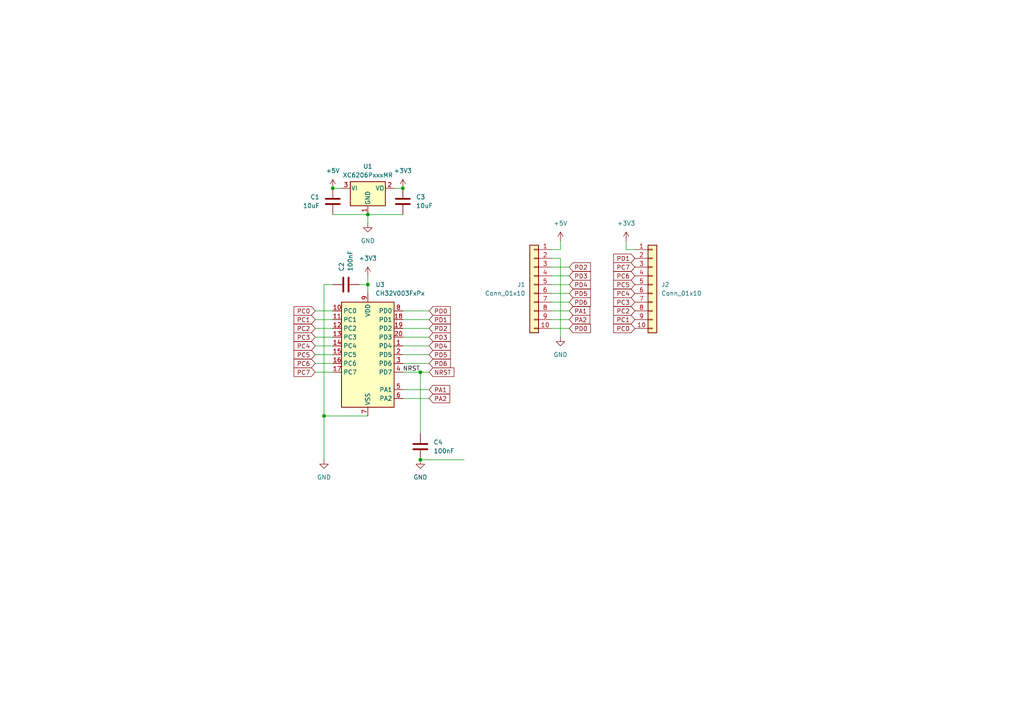
<source format=kicad_sch>
(kicad_sch (version 20231120) (generator "eeschema") (generator_version "8.0")
  (paper "A4")
  (lib_symbols
    (symbol "Connector_Generic:Conn_01x10" (pin_names (offset 1.016) hide)
      (property "Reference" "J" (at 0 12.7 0))
      (property "Value" "Conn_01x10" (at 0 -15.24 0))
      (symbol "Conn_01x10_1_1"
        (rectangle (start -1.27 -12.573) (end 0 -12.827) (stroke (width 0.1524)))
        (rectangle (start -1.27 -10.033) (end 0 -10.287) (stroke (width 0.1524)))
        (rectangle (start -1.27 -7.493) (end 0 -7.747) (stroke (width 0.1524)))
        (rectangle (start -1.27 -4.953) (end 0 -5.207) (stroke (width 0.1524)))
        (rectangle (start -1.27 -2.413) (end 0 -2.667) (stroke (width 0.1524)))
        (rectangle (start -1.27 0.127) (end 0 -0.127) (stroke (width 0.1524)))
        (rectangle (start -1.27 2.667) (end 0 2.413) (stroke (width 0.1524)))
        (rectangle (start -1.27 5.207) (end 0 4.953) (stroke (width 0.1524)))
        (rectangle (start -1.27 7.747) (end 0 7.493) (stroke (width 0.1524)))
        (rectangle (start -1.27 10.287) (end 0 10.033) (stroke (width 0.1524)))
        (rectangle (start -1.27 11.43) (end 1.27 -13.97) (stroke (width 0.254)) (fill (type background)))
        (pin passive line (at -5.08 10.16 0) (length 3.81) (name "Pin_1") (number "1"))
        (pin passive line (at -5.08 -12.7 0) (length 3.81) (name "Pin_10") (number "10"))
        (pin passive line (at -5.08 7.62 0) (length 3.81) (name "Pin_2") (number "2"))
        (pin passive line (at -5.08 5.08 0) (length 3.81) (name "Pin_3") (number "3"))
        (pin passive line (at -5.08 2.54 0) (length 3.81) (name "Pin_4") (number "4"))
        (pin passive line (at -5.08 0 0) (length 3.81) (name "Pin_5") (number "5"))
        (pin passive line (at -5.08 -2.54 0) (length 3.81) (name "Pin_6") (number "6"))
        (pin passive line (at -5.08 -5.08 0) (length 3.81) (name "Pin_7") (number "7"))
        (pin passive line (at -5.08 -7.62 0) (length 3.81) (name "Pin_8") (number "8"))
        (pin passive line (at -5.08 -10.16 0) (length 3.81) (name "Pin_9") (number "9"))
      )
    )
    (symbol "Device:C" (pin_numbers hide) (pin_names (offset 0.254))
      (property "Reference" "C" (at 0.635 2.54 0))
      (property "Value" "C" (at 0.635 -2.54 0))
      (symbol "C_0_1"
        (polyline (pts (xy -2.032 -0.762) (xy 2.032 -0.762)) (stroke (width 0.508)))
        (polyline (pts (xy -2.032 0.762) (xy 2.032 0.762)) (stroke (width 0.508)))
      )
      (symbol "C_1_1"
        (pin passive line (at 0 3.81 270) (length 2.794) (name "~") (number "1"))
        (pin passive line (at 0 -3.81 90) (length 2.794) (name "~") (number "2"))
      )
    )
    (symbol "MCU_WCH_CH32V0:CH32V003FxPx"
      (property "Reference" "U" (at -7.62 17.78 0))
      (property "Value" "CH32V003FxPx" (at 7.62 17.78 0))
      (symbol "CH32V003FxPx_1_1"
        (rectangle (start -7.62 15.24) (end 7.62 -15.24) (stroke (width 0.254)) (fill (type background)))
        (pin bidirectional line (at 10.16 2.54 180) (length 2.54) (name "PD4") (number "1"))
        (pin bidirectional line (at -10.16 12.7 0) (length 2.54) (name "PC0") (number "10"))
        (pin bidirectional line (at -10.16 10.16 0) (length 2.54) (name "PC1") (number "11"))
        (pin bidirectional line (at -10.16 7.62 0) (length 2.54) (name "PC2") (number "12"))
        (pin bidirectional line (at -10.16 5.08 0) (length 2.54) (name "PC3") (number "13"))
        (pin bidirectional line (at -10.16 2.54 0) (length 2.54) (name "PC4") (number "14"))
        (pin bidirectional line (at -10.16 0 0) (length 2.54) (name "PC5") (number "15"))
        (pin bidirectional line (at -10.16 -2.54 0) (length 2.54) (name "PC6") (number "16"))
        (pin bidirectional line (at -10.16 -5.08 0) (length 2.54) (name "PC7") (number "17"))
        (pin bidirectional line (at 10.16 10.16 180) (length 2.54) (name "PD1") (number "18"))
        (pin bidirectional line (at 10.16 7.62 180) (length 2.54) (name "PD2") (number "19"))
        (pin bidirectional line (at 10.16 0 180) (length 2.54) (name "PD5") (number "2"))
        (pin bidirectional line (at 10.16 5.08 180) (length 2.54) (name "PD3") (number "20"))
        (pin bidirectional line (at 10.16 -2.54 180) (length 2.54) (name "PD6") (number "3"))
        (pin bidirectional line (at 10.16 -5.08 180) (length 2.54) (name "PD7") (number "4"))
        (pin bidirectional line (at 10.16 -10.16 180) (length 2.54) (name "PA1") (number "5"))
        (pin bidirectional line (at 10.16 -12.7 180) (length 2.54) (name "PA2") (number "6"))
        (pin power_in line (at 0 -17.78 90) (length 2.54) (name "VSS") (number "7"))
        (pin bidirectional line (at 10.16 12.7 180) (length 2.54) (name "PD0") (number "8"))
        (pin power_in line (at 0 17.78 270) (length 2.54) (name "VDD") (number "9"))
      )
    )
    (symbol "Regulator_Linear:XC6206PxxxMR" (pin_names (offset 0.254))
      (property "Reference" "U" (at -3.81 3.175 0))
      (property "Value" "XC6206PxxxMR" (at 0 3.175 0))
      (symbol "XC6206PxxxMR_0_1"
        (rectangle (start -5.08 1.905) (end 5.08 -5.08) (stroke (width 0.254)) (fill (type background)))
      )
      (symbol "XC6206PxxxMR_1_1"
        (pin power_in line (at 0 -7.62 90) (length 2.54) (name "GND") (number "1"))
        (pin power_out line (at 7.62 0 180) (length 2.54) (name "VO") (number "2"))
        (pin power_in line (at -7.62 0 0) (length 2.54) (name "VI") (number "3"))
      )
    )
    (symbol "power:+3V3" (power) (pin_numbers hide) (pin_names (offset 0) hide)
      (property "Value" "+3V3" (at 0 3.556 0))
      (symbol "+3V3_0_1"
        (polyline (pts (xy -0.762 1.27) (xy 0 2.54)))
        (polyline (pts (xy 0 0) (xy 0 2.54)))
        (polyline (pts (xy 0 2.54) (xy 0.762 1.27)))
      )
      (symbol "+3V3_1_1"
        (pin power_in line (at 0 0 90) (length 0) (name "~") (number "1"))
      )
    )
    (symbol "power:+5V" (power) (pin_numbers hide) (pin_names (offset 0) hide)
      (property "Value" "+5V" (at 0 3.556 0))
      (symbol "+5V_0_1"
        (polyline (pts (xy -0.762 1.27) (xy 0 2.54)))
        (polyline (pts (xy 0 0) (xy 0 2.54)))
        (polyline (pts (xy 0 2.54) (xy 0.762 1.27)))
      )
      (symbol "+5V_1_1"
        (pin power_in line (at 0 0 90) (length 0) (name "~") (number "1"))
      )
    )
    (symbol "power:GND" (power) (pin_numbers hide) (pin_names (offset 0) hide)
      (property "Value" "GND" (at 0 -3.81 0))
      (symbol "GND_0_1"
        (polyline (pts (xy 0 0) (xy 0 -1.27) (xy 1.27 -1.27) (xy 0 -2.54) (xy -1.27 -1.27) (xy 0 -1.27)))
      )
      (symbol "GND_1_1"
        (pin power_in line (at 0 0 270) (length 0) (name "~") (number "1"))
      )
    )
  )
  (junction (at 106.68 82.55))
  (junction (at 93.98 120.65))
  (junction (at 96.52 54.61))
  (junction (at 121.92 107.95))
  (junction (at 121.92 133.35))
  (junction (at 116.84 54.61))
  (junction (at 106.68 62.23))
  (wire (pts (xy 160.02 95.25) (xy 165.1 95.25)))
  (wire (pts (xy 162.56 74.93) (xy 160.02 74.93)))
  (wire (pts (xy 165.1 80.01) (xy 160.02 80.01)))
  (wire (pts (xy 93.98 133.35) (xy 93.98 120.65)))
  (wire (pts (xy 91.44 90.17) (xy 96.52 90.17)))
  (wire (pts (xy 124.46 102.87) (xy 116.84 102.87)))
  (wire (pts (xy 106.68 82.55) (xy 106.68 85.09)))
  (wire (pts (xy 91.44 97.79) (xy 96.52 97.79)))
  (wire (pts (xy 165.1 85.09) (xy 160.02 85.09)))
  (wire (pts (xy 106.68 62.23) (xy 116.84 62.23)))
  (wire (pts (xy 124.46 105.41) (xy 116.84 105.41)))
  (wire (pts (xy 124.46 90.17) (xy 116.84 90.17)))
  (wire (pts (xy 121.92 133.35) (xy 134.62 133.35)))
  (wire (pts (xy 93.98 120.65) (xy 106.68 120.65)))
  (wire (pts (xy 91.44 102.87) (xy 96.52 102.87)))
  (wire (pts (xy 93.98 120.65) (xy 93.98 82.55)))
  (wire (pts (xy 162.56 72.39) (xy 160.02 72.39)))
  (wire (pts (xy 116.84 115.57) (xy 124.46 115.57)))
  (wire (pts (xy 181.61 69.85) (xy 181.61 72.39)))
  (wire (pts (xy 91.44 100.33) (xy 96.52 100.33)))
  (wire (pts (xy 160.02 90.17) (xy 165.1 90.17)))
  (wire (pts (xy 114.3 54.61) (xy 116.84 54.61)))
  (wire (pts (xy 96.52 62.23) (xy 106.68 62.23)))
  (wire (pts (xy 181.61 72.39) (xy 184.15 72.39)))
  (wire (pts (xy 121.92 107.95) (xy 116.84 107.95)))
  (wire (pts (xy 93.98 82.55) (xy 96.52 82.55)))
  (wire (pts (xy 116.84 113.03) (xy 124.46 113.03)))
  (wire (pts (xy 96.52 54.61) (xy 99.06 54.61)))
  (wire (pts (xy 106.68 62.23) (xy 106.68 64.77)))
  (wire (pts (xy 91.44 92.71) (xy 96.52 92.71)))
  (wire (pts (xy 162.56 69.85) (xy 162.56 72.39)))
  (wire (pts (xy 165.1 82.55) (xy 160.02 82.55)))
  (wire (pts (xy 91.44 107.95) (xy 96.52 107.95)))
  (wire (pts (xy 124.46 95.25) (xy 116.84 95.25)))
  (wire (pts (xy 104.14 82.55) (xy 106.68 82.55)))
  (wire (pts (xy 124.46 100.33) (xy 116.84 100.33)))
  (wire (pts (xy 165.1 77.47) (xy 160.02 77.47)))
  (wire (pts (xy 160.02 92.71) (xy 165.1 92.71)))
  (wire (pts (xy 121.92 125.73) (xy 121.92 107.95)))
  (wire (pts (xy 91.44 105.41) (xy 96.52 105.41)))
  (wire (pts (xy 121.92 107.95) (xy 124.46 107.95)))
  (wire (pts (xy 91.44 95.25) (xy 96.52 95.25)))
  (wire (pts (xy 162.56 97.79) (xy 162.56 74.93)))
  (wire (pts (xy 106.68 80.01) (xy 106.68 82.55)))
  (wire (pts (xy 165.1 87.63) (xy 160.02 87.63)))
  (wire (pts (xy 124.46 97.79) (xy 116.84 97.79)))
  (wire (pts (xy 124.46 92.71) (xy 116.84 92.71)))
  (label "NRST" (at 116.84 107.95 0))
  (global_label "PD1" (shape input) (at 184.15 74.93 180) (property "Intersheetrefs" "${INTERSHEET_REFS}" (effects (hide yes))))
  (global_label "PD2" (shape input) (at 165.1 77.47 0) (property "Intersheetrefs" "${INTERSHEET_REFS}" (effects (hide yes))))
  (global_label "PC0" (shape input) (at 91.44 90.17 180) (property "Intersheetrefs" "${INTERSHEET_REFS}" (effects (hide yes))))
  (global_label "PD0" (shape input) (at 165.1 95.25 0) (property "Intersheetrefs" "${INTERSHEET_REFS}" (effects (hide yes))))
  (global_label "PC6" (shape input) (at 184.15 80.01 180) (property "Intersheetrefs" "${INTERSHEET_REFS}" (effects (hide yes))))
  (global_label "PC0" (shape input) (at 184.15 95.25 180) (property "Intersheetrefs" "${INTERSHEET_REFS}" (effects (hide yes))))
  (global_label "PC1" (shape input) (at 184.15 92.71 180) (property "Intersheetrefs" "${INTERSHEET_REFS}" (effects (hide yes))))
  (global_label "PD6" (shape input) (at 124.46 105.41 0) (property "Intersheetrefs" "${INTERSHEET_REFS}" (effects (hide yes))))
  (global_label "PC5" (shape input) (at 184.15 82.55 180) (property "Intersheetrefs" "${INTERSHEET_REFS}" (effects (hide yes))))
  (global_label "PC7" (shape input) (at 91.44 107.95 180) (property "Intersheetrefs" "${INTERSHEET_REFS}" (effects (hide yes))))
  (global_label "PC6" (shape input) (at 91.44 105.41 180) (property "Intersheetrefs" "${INTERSHEET_REFS}" (effects (hide yes))))
  (global_label "PA2" (shape input) (at 165.1 92.71 0) (property "Intersheetrefs" "${INTERSHEET_REFS}" (effects (hide yes))))
  (global_label "PC3" (shape input) (at 91.44 97.79 180) (property "Intersheetrefs" "${INTERSHEET_REFS}" (effects (hide yes))))
  (global_label "PC4" (shape input) (at 91.44 100.33 180) (property "Intersheetrefs" "${INTERSHEET_REFS}" (effects (hide yes))))
  (global_label "PD5" (shape input) (at 165.1 85.09 0) (property "Intersheetrefs" "${INTERSHEET_REFS}" (effects (hide yes))))
  (global_label "PC4" (shape input) (at 184.15 85.09 180) (property "Intersheetrefs" "${INTERSHEET_REFS}" (effects (hide yes))))
  (global_label "PD1" (shape input) (at 124.46 92.71 0) (property "Intersheetrefs" "${INTERSHEET_REFS}" (effects (hide yes))))
  (global_label "PC5" (shape input) (at 91.44 102.87 180) (property "Intersheetrefs" "${INTERSHEET_REFS}" (effects (hide yes))))
  (global_label "PD5" (shape input) (at 124.46 102.87 0) (property "Intersheetrefs" "${INTERSHEET_REFS}" (effects (hide yes))))
  (global_label "PC1" (shape input) (at 91.44 92.71 180) (property "Intersheetrefs" "${INTERSHEET_REFS}" (effects (hide yes))))
  (global_label "PC2" (shape input) (at 184.15 90.17 180) (property "Intersheetrefs" "${INTERSHEET_REFS}" (effects (hide yes))))
  (global_label "PD4" (shape input) (at 165.1 82.55 0) (property "Intersheetrefs" "${INTERSHEET_REFS}" (effects (hide yes))))
  (global_label "PD0" (shape input) (at 124.46 90.17 0) (property "Intersheetrefs" "${INTERSHEET_REFS}" (effects (hide yes))))
  (global_label "PA2" (shape input) (at 124.46 115.57 0) (property "Intersheetrefs" "${INTERSHEET_REFS}" (effects (hide yes))))
  (global_label "PA1" (shape input) (at 124.46 113.03 0) (property "Intersheetrefs" "${INTERSHEET_REFS}" (effects (hide yes))))
  (global_label "PC3" (shape input) (at 184.15 87.63 180) (property "Intersheetrefs" "${INTERSHEET_REFS}" (effects (hide yes))))
  (global_label "NRST" (shape input) (at 124.46 107.95 0) (property "Intersheetrefs" "${INTERSHEET_REFS}" (effects (hide yes))))
  (global_label "PA1" (shape input) (at 165.1 90.17 0) (property "Intersheetrefs" "${INTERSHEET_REFS}" (effects (hide yes))))
  (global_label "PC7" (shape input) (at 184.15 77.47 180) (property "Intersheetrefs" "${INTERSHEET_REFS}" (effects (hide yes))))
  (global_label "PD4" (shape input) (at 124.46 100.33 0) (property "Intersheetrefs" "${INTERSHEET_REFS}" (effects (hide yes))))
  (global_label "PD2" (shape input) (at 124.46 95.25 0) (property "Intersheetrefs" "${INTERSHEET_REFS}" (effects (hide yes))))
  (global_label "PD6" (shape input) (at 165.1 87.63 0) (property "Intersheetrefs" "${INTERSHEET_REFS}" (effects (hide yes))))
  (global_label "PD3" (shape input) (at 124.46 97.79 0) (property "Intersheetrefs" "${INTERSHEET_REFS}" (effects (hide yes))))
  (global_label "PC2" (shape input) (at 91.44 95.25 180) (property "Intersheetrefs" "${INTERSHEET_REFS}" (effects (hide yes))))
  (global_label "PD3" (shape input) (at 165.1 80.01 0) (property "Intersheetrefs" "${INTERSHEET_REFS}" (effects (hide yes))))
  (symbol (lib_id "Device:C") (at 116.84 58.42 0) (unit 1)
    (property "Reference" "C3" (at 120.65 57.1499 0) (effects (justify left)))
    (property "Value" "10uF" (at 120.65 59.6899 0) (effects (justify left)))
    (property "Footprint" "Capacitor_SMD:C_0603_1608Metric" (effects (hide yes)))
    (property "Description" "Unpolarized capacitor" (effects (hide yes)))
  )
  (symbol (lib_id "power:+3V3") (at 106.68 80.01 0) (unit 1)
    (property "Reference" "#PWR04" (effects (hide yes)))
    (property "Value" "+3V3" (at 106.68 74.93 0))
    (property "Description" "Power symbol creates a global label with name \"+3V3\"" (effects (hide yes)))
  )
  (symbol (lib_id "Regulator_Linear:XC6206PxxxMR") (at 106.68 54.61 0) (unit 1)
    (property "Reference" "U1" (at 106.68 48.26 0))
    (property "Value" "XC6206PxxxMR" (at 106.68 50.8 0))
    (property "Footprint" "Package_TO_SOT_SMD:SOT-23-3" (effects (hide yes)))
    (property "Datasheet" "https://www.torexsemi.com/file/xc6206/XC6206.pdf" (effects (hide yes)))
    (property "Description" "Positive 60-250mA Low Dropout Regulator, Fixed Output, SOT-23" (effects (hide yes)))
  )
  (symbol (lib_id "Device:C") (at 100.33 82.55 90) (unit 1)
    (property "Reference" "C2" (at 99.0599 78.74 0) (effects (justify left)))
    (property "Value" "100nF" (at 101.5999 78.74 0) (effects (justify left)))
    (property "Footprint" "Capacitor_SMD:C_0603_1608Metric" (effects (hide yes)))
    (property "Description" "Unpolarized capacitor" (effects (hide yes)))
  )
  (symbol (lib_id "Device:C") (at 121.92 129.54 0) (unit 1)
    (property "Reference" "C4" (at 125.73 128.2699 0) (effects (justify left)))
    (property "Value" "100nF" (at 125.73 130.8099 0) (effects (justify left)))
    (property "Footprint" "Capacitor_SMD:C_0603_1608Metric" (effects (hide yes)))
    (property "Description" "Unpolarized capacitor" (effects (hide yes)))
  )
  (symbol (lib_id "power:GND") (at 93.98 133.35 0) (unit 1)
    (property "Reference" "#PWR01" (effects (hide yes)))
    (property "Value" "GND" (at 93.98 138.43 0))
    (property "Description" "Power symbol creates a global label with name \"GND\" , ground" (effects (hide yes)))
  )
  (symbol (lib_id "power:GND") (at 162.56 97.79 0) (unit 1)
    (property "Reference" "#PWR08" (effects (hide yes)))
    (property "Value" "GND" (at 162.56 102.87 0))
    (property "Description" "Power symbol creates a global label with name \"GND\" , ground" (effects (hide yes)))
  )
  (symbol (lib_id "power:+3V3") (at 181.61 69.85 0) (unit 1)
    (property "Reference" "#PWR09" (effects (hide yes)))
    (property "Value" "+3V3" (at 181.61 64.77 0))
    (property "Description" "Power symbol creates a global label with name \"+3V3\"" (effects (hide yes)))
  )
  (symbol (lib_id "power:+5V") (at 96.52 54.61 0) (unit 1)
    (property "Reference" "#PWR02" (effects (hide yes)))
    (property "Value" "+5V" (at 96.52 49.53 0))
    (property "Description" "Power symbol creates a global label with name \"+5V\"" (effects (hide yes)))
  )
  (symbol (lib_id "MCU_WCH_CH32V0:CH32V003FxPx") (at 106.68 102.87 0) (unit 1)
    (property "Reference" "U3" (at 108.8741 82.55 0) (effects (justify left)))
    (property "Value" "CH32V003FxPx" (at 108.8741 85.09 0) (effects (justify left)))
    (property "Footprint" "Package_SO:TSSOP-20_4.4x6.5mm_P0.65mm" (effects (hide yes)))
    (property "Datasheet" "https://www.wch-ic.com/products/CH32V003.html" (effects (hide yes)))
    (property "Description" "CH32V003 series are industrial-grade general-purpose microcontrollers designed based on 32-bit RISC-V instruction set and architecture. It adopts QingKe V2A core, RV32EC instruction set, and supports 2 levels of interrupt nesting. The series are mounted with rich peripheral interfaces and function modules. Its internal organizational structure meets the low-cost and low-power embedded application scenarios." (effects (hide yes)))
  )
  (symbol (lib_id "Connector_Generic:Conn_01x10") (at 189.23 82.55 0) (unit 1)
    (property "Reference" "J2" (at 191.77 82.5499 0) (effects (justify left)))
    (property "Value" "Conn_01x10" (at 191.77 85.0899 0) (effects (justify left)))
    (property "Footprint" "Connector_PinHeader_2.54mm:PinHeader_1x10_P2.54mm_Vertical" (effects (hide yes)))
    (property "Description" "Generic connector, single row, 01x10, script generated (kicad-library-utils/schlib/autogen/connector/)" (effects (hide yes)))
  )
  (symbol (lib_id "power:GND") (at 106.68 64.77 0) (unit 1)
    (property "Reference" "#PWR03" (effects (hide yes)))
    (property "Value" "GND" (at 106.68 69.85 0))
    (property "Description" "Power symbol creates a global label with name \"GND\" , ground" (effects (hide yes)))
  )
  (symbol (lib_id "Device:C") (at 96.52 58.42 0) (mirror y) (unit 1)
    (property "Reference" "C1" (at 92.71 57.1499 0) (effects (justify left)))
    (property "Value" "10uF" (at 92.71 59.6899 0) (effects (justify left)))
    (property "Footprint" "Capacitor_SMD:C_0603_1608Metric" (effects (hide yes)))
    (property "Description" "Unpolarized capacitor" (effects (hide yes)))
  )
  (symbol (lib_id "Connector_Generic:Conn_01x10") (at 154.94 82.55 0) (mirror y) (unit 1)
    (property "Reference" "J1" (at 152.4 82.5499 0) (effects (justify left)))
    (property "Value" "Conn_01x10" (at 152.4 85.0899 0) (effects (justify left)))
    (property "Footprint" "Connector_PinHeader_2.54mm:PinHeader_1x10_P2.54mm_Vertical" (effects (hide yes)))
    (property "Description" "Generic connector, single row, 01x10, script generated (kicad-library-utils/schlib/autogen/connector/)" (effects (hide yes)))
  )
  (symbol (lib_id "power:+5V") (at 162.56 69.85 0) (unit 1)
    (property "Reference" "#PWR07" (effects (hide yes)))
    (property "Value" "+5V" (at 162.56 64.77 0))
    (property "Description" "Power symbol creates a global label with name \"+5V\"" (effects (hide yes)))
  )
  (symbol (lib_id "power:+3V3") (at 116.84 54.61 0) (unit 1)
    (property "Reference" "#PWR05" (effects (hide yes)))
    (property "Value" "+3V3" (at 116.84 49.53 0))
    (property "Description" "Power symbol creates a global label with name \"+3V3\"" (effects (hide yes)))
  )
  (symbol (lib_id "power:GND") (at 121.92 133.35 0) (unit 1)
    (property "Reference" "#PWR06" (effects (hide yes)))
    (property "Value" "GND" (at 121.92 138.43 0))
    (property "Description" "Power symbol creates a global label with name \"GND\" , ground" (effects (hide yes)))
  )
)
</source>
